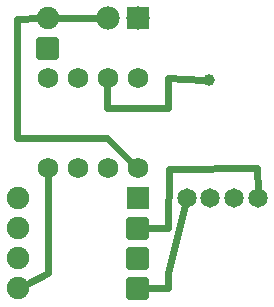
<source format=gbl>
G04 MADE WITH FRITZING*
G04 WWW.FRITZING.ORG*
G04 DOUBLE SIDED*
G04 HOLES PLATED*
G04 CONTOUR ON CENTER OF CONTOUR VECTOR*
%ASAXBY*%
%FSLAX23Y23*%
%MOIN*%
%OFA0B0*%
%SFA1.0B1.0*%
%ADD10C,0.075000*%
%ADD11C,0.065000*%
%ADD12C,0.078000*%
%ADD13C,0.068000*%
%ADD14C,0.039370*%
%ADD15R,0.075000X0.075000*%
%ADD16R,0.078000X0.078000*%
%ADD17C,0.024000*%
%ADD18C,0.020000*%
%LNCOPPER0*%
G90*
G70*
G54D10*
X155Y850D03*
X155Y950D03*
G54D11*
X618Y350D03*
X697Y350D03*
X776Y350D03*
X855Y350D03*
G54D10*
X455Y350D03*
X55Y350D03*
X455Y250D03*
X55Y250D03*
X455Y50D03*
X55Y50D03*
X455Y150D03*
X55Y150D03*
G54D12*
X455Y950D03*
X355Y950D03*
G54D13*
X455Y750D03*
X355Y750D03*
X255Y750D03*
X155Y750D03*
X155Y450D03*
X255Y450D03*
X355Y450D03*
X455Y450D03*
G54D14*
X691Y745D03*
G54D15*
X455Y350D03*
G54D16*
X455Y950D03*
G54D17*
X435Y469D02*
X353Y551D01*
D02*
X353Y551D02*
X254Y551D01*
D02*
X254Y551D02*
X54Y551D01*
D02*
X54Y551D02*
X54Y850D01*
D02*
X54Y850D02*
X54Y949D01*
D02*
X54Y949D02*
X126Y950D01*
D02*
X613Y327D02*
X555Y100D01*
D02*
X555Y100D02*
X555Y50D01*
D02*
X555Y50D02*
X483Y50D01*
D02*
X80Y63D02*
X155Y100D01*
D02*
X155Y100D02*
X155Y423D01*
D02*
X855Y374D02*
X854Y451D01*
D02*
X854Y451D02*
X558Y448D01*
D02*
X558Y448D02*
X555Y251D01*
D02*
X555Y251D02*
X483Y250D01*
D02*
X354Y723D02*
X353Y650D01*
D02*
X353Y650D02*
X555Y650D01*
D02*
X555Y750D02*
X672Y746D01*
D02*
X555Y650D02*
X555Y750D01*
D02*
X324Y950D02*
X204Y950D01*
D02*
X204Y950D02*
X183Y950D01*
G54D18*
X127Y878D02*
X182Y878D01*
X182Y823D01*
X127Y823D01*
X127Y878D01*
D02*
X427Y223D02*
X427Y278D01*
X482Y278D01*
X482Y223D01*
X427Y223D01*
D02*
X427Y23D02*
X427Y78D01*
X482Y78D01*
X482Y23D01*
X427Y23D01*
D02*
X427Y123D02*
X427Y178D01*
X482Y178D01*
X482Y123D01*
X427Y123D01*
D02*
G04 End of Copper0*
M02*
</source>
